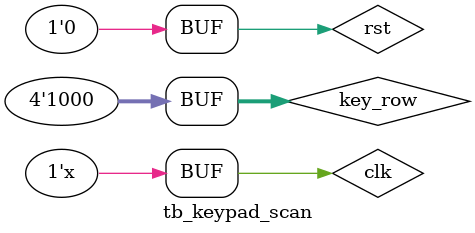
<source format=v>
`timescale 1ns / 1ps


module tb_keypad_scan();

reg clk, rst;
reg [3:0] key_row;
wire [2:0] key_col;
wire [11:0] key_data;

keypad_scan U0 (.clk(clk), .rst(rst), .key_row(key_row), .key_col(key_col), .key_data(key_data));

initial begin
    clk=0; rst=0;
    #5 rst=1; #10 rst=0;
end

always #10 clk=~clk;

initial begin
    #30;
    repeat(3) begin
            key_row=4'b0000;
        #20 key_row=4'b0001;
        #20;
    end
    repeat(3) begin
            key_row=4'b0000;
        #20 key_row=4'b0010;
        #20;
    end
    repeat(3) begin
            key_row=4'b0000;
        #20 key_row=4'b0100;
        #20;
    end
    repeat(3) begin
            key_row=4'b0000;
        #20 key_row=4'b1000;
        #20;
    end
end
endmodule

</source>
